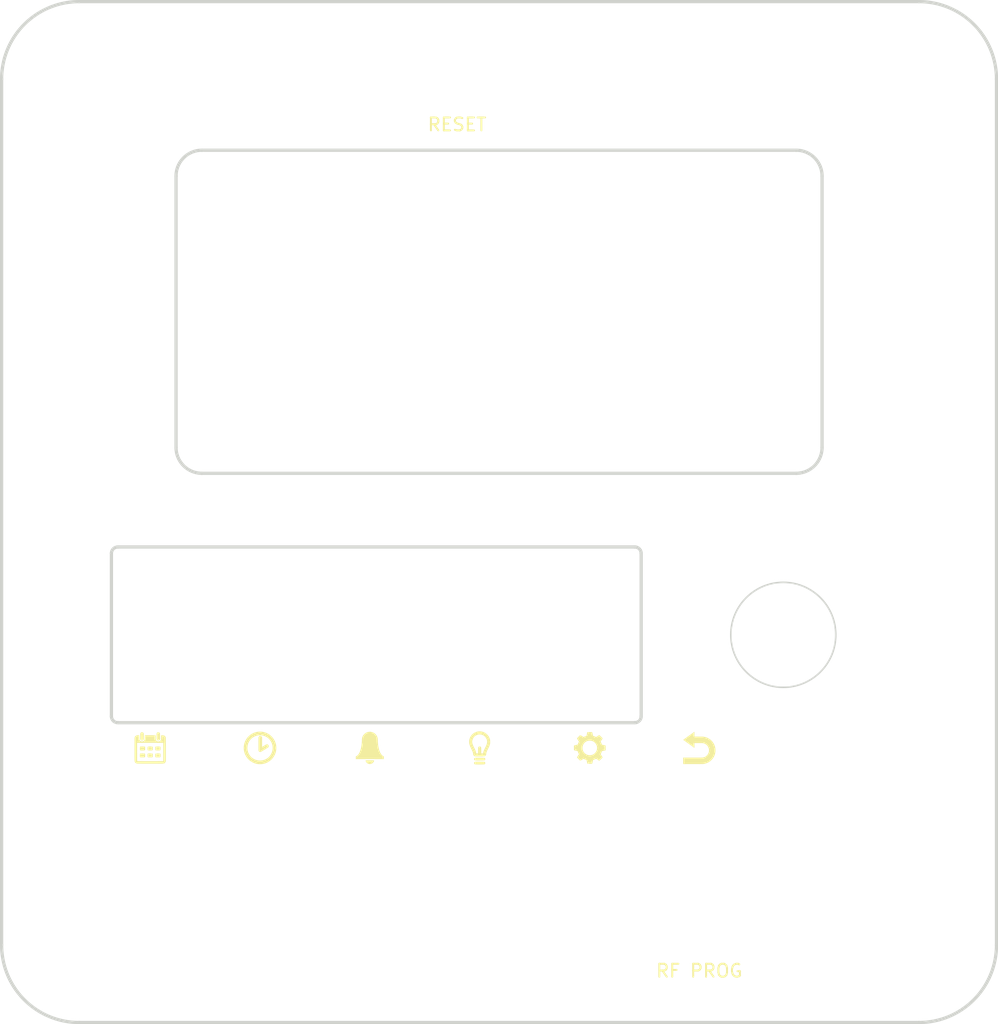
<source format=kicad_pcb>
(kicad_pcb (version 20240108) (generator "pcbnew") (generator_version "8.0")
  (layers (0 "F.Cu" signal) (31 "B.Cu" signal) (34 "B.Paste" user) (35 "F.Paste" user) (36 "B.SilkS" user "B.Silkscreen") (37 "F.SilkS" user "F.Silkscreen") (38 "B.Mask" user) (39 "F.Mask" user) (44 "Edge.Cuts" user))
  (net 0 "")
  (footprint "LOGO" (layer "F.Cu") (at 116 108.75)
    (property "Reference" "G***" (hide yes))
    (property "Value" "LOGO" (hide yes))
  )
  (footprint "MountingHole:MountingHole_3.7mm" (layer "F.Cu") (at 141.5 114.5)
    (property "Reference" "brightness" (hide yes))
    (property "Value" "MountingHole_3.7mm")
    (pad "" np_thru_hole circle (at 0 0) (size 3.6 3.6) (drill 3.6) (layers "F&B.Cu" "*.Mask"))
  )
  (footprint "MountingHole:MountingHole_2mm" (layer "F.Cu") (at 171 112.415494)
    (property "Reference" "REF**" (hide yes))
    (property "Value" "Hole_1.5mm" (hide yes))
    (pad "" np_thru_hole circle (at 0 0) (size 1.5 1.5) (drill 1.5) (layers "F&B.Cu" "*.Mask"))
  )
  (footprint "MountingHole:MountingHole_2mm" (layer "F.Cu") (at 171 118.415494)
    (property "Reference" "REF**" (hide yes))
    (property "Value" "Hole_1.5mm" (hide yes))
    (pad "" np_thru_hole circle (at 0 0) (size 1.5 1.5) (drill 1.5) (layers "F&B.Cu" "*.Mask"))
  )
  (footprint "MountingHole:MountingHole_3.7mm" (layer "F.Cu") (at 124.5 114.5)
    (property "Reference" "time" (hide yes))
    (property "Value" "MountingHole_3.7mm")
    (pad "" np_thru_hole circle (at 0 0) (size 3.6 3.6) (drill 3.6) (layers "F&B.Cu" "*.Mask"))
  )
  (footprint "MountingHole:MountingHole_3mm" (layer "F.Cu") (at 175.5 124)
    (property "Reference" "REF**" (hide yes))
    (property "Value" "MountingHole_3mm" (hide yes))
    (pad "" np_thru_hole circle (at 0 0) (size 3 3) (drill 3) (layers "F&B.Cu" "*.Mask"))
  )
  (footprint "MountingHole:MountingHole_3mm" (layer "F.Cu") (at 175.5 57)
    (property "Reference" "REF**" (hide yes))
    (property "Value" "MountingHole_3mm" (hide yes))
    (pad "" np_thru_hole circle (at 0 0) (size 3 3) (drill 3) (layers "F&B.Cu" "*.Mask"))
  )
  (footprint "MountingHole:MountingHole_3.7mm" (layer "F.Cu") (at 133 114.5)
    (property "Reference" "alarm" (hide yes))
    (property "Value" "MountingHole_3.7mm")
    (pad "" np_thru_hole circle (at 0 0) (size 3.6 3.6) (drill 3.6) (layers "F&B.Cu" "*.Mask"))
  )
  (footprint "MountingHole:MountingHole_2mm" (layer "F.Cu") (at 168.401924 116.915494)
    (property "Reference" "REF**" (hide yes))
    (property "Value" "Hole_1.5mm" (hide yes))
    (pad "" np_thru_hole circle (at 0 0) (size 1.5 1.5) (drill 1.5) (layers "F&B.Cu" "*.Mask"))
  )
  (footprint "MountingHole:MountingHole_2mm" (layer "F.Cu") (at 139.75 57.424508)
    (property "Reference" "RESET" (at 0 3.084506 0) (layer "F.SilkS"))
    (property "Value" "MountingHole_2mm" (hide yes))
    (pad "" np_thru_hole circle (at 0 0) (size 2 2) (drill 2) (layers "F&B.Cu" "*.Mask"))
  )
  (footprint "MountingHole:MountingHole_3.2mm_M3" (layer "F.Cu") (at 150.71 123.015494)
    (property "Reference" "RF Indicator" (hide yes))
    (property "Value" "MountingHole_3.2mm_M3" (hide yes))
    (pad "" np_thru_hole circle (at 0 0) (size 3.2 3.2) (drill 3.2) (layers "*.Cu" "*.Mask"))
  )
  (footprint "LOGO" (layer "F.Cu") (at 150 108.75)
    (property "Reference" "G***" (hide yes))
    (property "Value" "LOGO" (hide yes))
  )
  (footprint "MountingHole:MountingHole_3.7mm" (layer "F.Cu") (at 116 114.5)
    (property "Reference" "date" (hide yes))
    (property "Value" "MountingHole_3.7mm")
    (pad "" np_thru_hole circle (at 0 0) (size 3.6 3.6) (drill 3.6) (layers "F&B.Cu" "*.Mask"))
  )
  (footprint "MountingHole:MountingHole_3.7mm" (layer "F.Cu") (at 158.5 114.5)
    (property "Reference" "back" (hide yes))
    (property "Value" "MountingHole_3.7mm")
    (pad "" np_thru_hole circle (at 0 0) (size 3.6 3.6) (drill 3.6) (layers "F&B.Cu" "*.Mask"))
  )
  (footprint "MountingHole:MountingHole_3.7mm" (layer "F.Cu") (at 150 114.5)
    (property "Reference" "option" (hide yes))
    (property "Value" "MountingHole_3.7mm")
    (pad "" np_thru_hole circle (at 0 0) (size 3.6 3.6) (drill 3.6) (layers "F&B.Cu" "*.Mask"))
  )
  (footprint "MountingHole:MountingHole_2mm" (layer "F.Cu") (at 173.598076 113.915494)
    (property "Reference" "REF**" (hide yes))
    (property "Value" "Hole_1.5mm" (hide yes))
    (pad "" np_thru_hole circle (at 0 0) (size 1.5 1.5) (drill 1.5) (layers "F&B.Cu" "*.Mask"))
  )
  (footprint "MountingHole:MountingHole_2mm" (layer "F.Cu") (at 168.401924 113.915494)
    (property "Reference" "REF**" (hide yes))
    (property "Value" "Hole_1.5mm" (hide yes))
    (pad "" np_thru_hole circle (at 0 0) (size 1.5 1.5) (drill 1.5) (layers "F&B.Cu" "*.Mask"))
  )
  (footprint "LOGO" (layer "F.Cu") (at 158.5 108.75)
    (property "Reference" "G***" (hide yes))
    (property "Value" "LOGO" (hide yes))
  )
  (footprint "MountingHole:MountingHole_3mm" (layer "F.Cu") (at 110.5 57)
    (property "Reference" "REF**" (hide yes))
    (property "Value" "MountingHole_3mm" (hide yes))
    (pad "" np_thru_hole circle (at 0 0) (size 3 3) (drill 3) (layers "*.Cu" "*.Mask"))
  )
  (footprint "MountingHole:MountingHole_2mm" (layer "F.Cu") (at 173.598076 116.915494)
    (property "Reference" "REF**" (hide yes))
    (property "Value" "Hole_1.5mm" (hide yes))
    (pad "" np_thru_hole circle (at 0 0) (size 1.5 1.5) (drill 1.5) (layers "F&B.Cu" "*.Mask"))
  )
  (footprint "MountingHole:MountingHole_2mm" (layer "F.Cu") (at 171 115.415494)
    (property "Reference" "REF**" (hide yes))
    (property "Value" "Hole_1.5mm" (hide yes))
    (pad "" np_thru_hole circle (at 0 0) (size 1.5 1.5) (drill 1.5) (layers "F&B.Cu" "*.Mask"))
  )
  (footprint "LOGO" (layer "F.Cu") (at 133 108.75)
    (property "Reference" "G***" (hide yes))
    (property "Value" "LOGO" (hide yes))
  )
  (footprint "LOGO" (layer "F.Cu") (at 141.5 108.75)
    (property "Reference" "G***" (hide yes))
    (property "Value" "LOGO" (hide yes))
  )
  (footprint "MountingHole:MountingHole_4mm" (layer "F.Cu") (at 165 100)
    (property "Reference" "REF**" (hide yes))
    (property "Value" "MountingHole_4mm" (hide yes))
    (pad "" np_thru_hole circle (at 0 0) (size 8 8) (drill 8) (layers "F&B.Cu" "*.Mask"))
  )
  (footprint "MountingHole:MountingHole_2mm" (layer "F.Cu") (at 158.5 122.915494)
    (property "Reference" "RF PROG" (at 0 3.084506 0) (layer "F.SilkS"))
    (property "Value" "MountingHole_2mm" (hide yes))
    (pad "" np_thru_hole circle (at 0 0) (size 2 2) (drill 2) (layers "*.Cu" "*.Mask"))
  )
  (footprint "MountingHole:MountingHole_3mm" (layer "F.Cu") (at 110.5 124)
    (property "Reference" "REF**" (hide yes))
    (property "Value" "MountingHole_3mm" (hide yes))
    (pad "" np_thru_hole circle (at 0 0) (size 3 3) (drill 3) (layers "F&B.Cu" "*.Mask"))
  )
  (footprint "LOGO" (layer "F.Cu") (at 124.5 108.75)
    (property "Reference" "G***" (hide yes))
    (property "Value" "LOGO" (hide yes))
  )
  (gr_line (start 118 64.5) (end 118 85.500002) (stroke (width 0.25)) (layer "Edge.Cuts"))
  (gr_line (start 166 62.500001) (end 119.999998 62.500001) (stroke (width 0.25)) (layer "Edge.Cuts"))
  (gr_arc (start 113 93.700002) (mid 113.146447 93.346448) (end 113.500001 93.200001) (stroke (width 0.25)) (layer "Edge.Cuts"))
  (gr_arc (start 110.499999 130.000001) (mid 106.257359 128.242642) (end 104.5 124.000002) (stroke (width 0.25)) (layer "Edge.Cuts"))
  (gr_arc (start 154 106.300001) (mid 153.853553 106.653554) (end 153.5 106.800001) (stroke (width 0.25)) (layer "Edge.Cuts"))
  (gr_line (start 181.5 124.000001) (end 181.5 57.000001) (stroke (width 0.25)) (layer "Edge.Cuts"))
  (gr_arc (start 113.500001 106.800001) (mid 113.146447 106.653554) (end 113 106.3) (stroke (width 0.25)) (layer "Edge.Cuts"))
  (gr_line (start 154 106.300001) (end 154 93.700001) (stroke (width 0.25)) (layer "Edge.Cuts"))
  (gr_line (start 153.5 93.200001) (end 113.500001 93.200001) (stroke (width 0.25)) (layer "Edge.Cuts"))
  (gr_arc (start 153.5 93.200001) (mid 153.853553 93.346448) (end 154 93.700001) (stroke (width 0.25)) (layer "Edge.Cuts"))
  (gr_arc (start 166 62.500001) (mid 167.414214 63.085787) (end 168 64.500001) (stroke (width 0.25)) (layer "Edge.Cuts"))
  (gr_line (start 110.499999 130.000001) (end 175.5 130.000001) (stroke (width 0.25)) (layer "Edge.Cuts"))
  (gr_arc (start 118 64.5) (mid 118.585786 63.085787) (end 119.999998 62.500001) (stroke (width 0.25)) (layer "Edge.Cuts"))
  (gr_line (start 120 87.500001) (end 166 87.500001) (stroke (width 0.25)) (layer "Edge.Cuts"))
  (gr_line (start 175.5 51.000001) (end 110.499999 51.000001) (stroke (width 0.25)) (layer "Edge.Cuts"))
  (gr_line (start 104.5 57) (end 104.5 124.000002) (stroke (width 0.25)) (layer "Edge.Cuts"))
  (gr_arc (start 104.5 57) (mid 106.257359 52.75736) (end 110.499999 51.000001) (stroke (width 0.25)) (layer "Edge.Cuts"))
  (gr_line (start 113.500001 106.800001) (end 153.5 106.800001) (stroke (width 0.25)) (layer "Edge.Cuts"))
  (gr_arc (start 168 85.500001) (mid 167.414214 86.914215) (end 166 87.500001) (stroke (width 0.25)) (layer "Edge.Cuts"))
  (gr_circle (center 165 100.000001) (end 169 100.000001) (stroke (width 0.25)) (fill none) (layer "Edge.Cuts"))
  (gr_arc (start 175.5 51.000001) (mid 179.742641 52.75736) (end 181.5 57.000001) (stroke (width 0.25)) (layer "Edge.Cuts"))
  (gr_line (start 113 93.700002) (end 113 106.3) (stroke (width 0.25)) (layer "Edge.Cuts"))
  (gr_line (start 168 85.500001) (end 168 64.500001) (stroke (width 0.25)) (layer "Edge.Cuts"))
  (gr_arc (start 181.5 124.000001) (mid 179.742641 128.242642) (end 175.5 130.000001) (stroke (width 0.25)) (layer "Edge.Cuts"))
  (gr_arc (start 120 87.500001) (mid 118.585786 86.914215) (end 118 85.500002) (stroke (width 0.25)) (layer "Edge.Cuts"))
)
</source>
